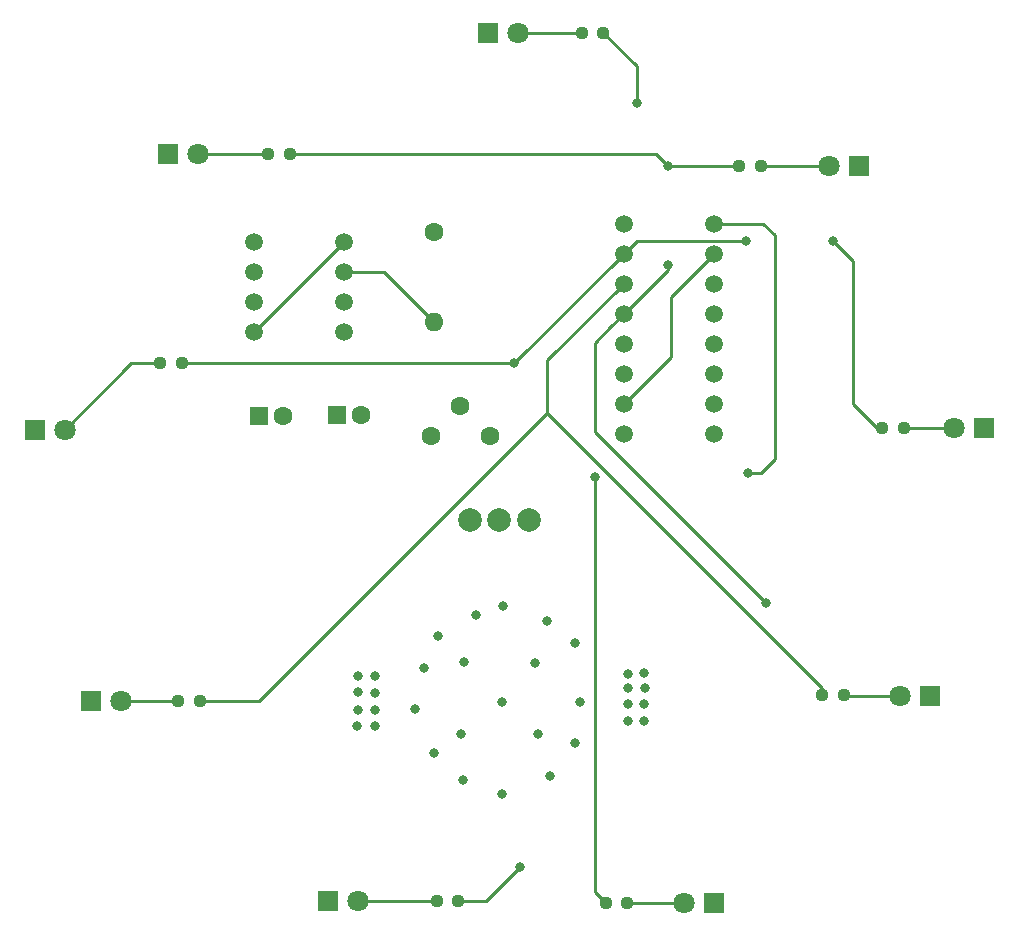
<source format=gtl>
%TF.GenerationSoftware,KiCad,Pcbnew,(6.0.7)*%
%TF.CreationDate,2022-10-09T20:49:50-07:00*%
%TF.ProjectId,IEEE_PCB_1,49454545-5f50-4434-925f-312e6b696361,1*%
%TF.SameCoordinates,Original*%
%TF.FileFunction,Copper,L1,Top*%
%TF.FilePolarity,Positive*%
%FSLAX46Y46*%
G04 Gerber Fmt 4.6, Leading zero omitted, Abs format (unit mm)*
G04 Created by KiCad (PCBNEW (6.0.7)) date 2022-10-09 20:49:50*
%MOMM*%
%LPD*%
G01*
G04 APERTURE LIST*
G04 Aperture macros list*
%AMRoundRect*
0 Rectangle with rounded corners*
0 $1 Rounding radius*
0 $2 $3 $4 $5 $6 $7 $8 $9 X,Y pos of 4 corners*
0 Add a 4 corners polygon primitive as box body*
4,1,4,$2,$3,$4,$5,$6,$7,$8,$9,$2,$3,0*
0 Add four circle primitives for the rounded corners*
1,1,$1+$1,$2,$3*
1,1,$1+$1,$4,$5*
1,1,$1+$1,$6,$7*
1,1,$1+$1,$8,$9*
0 Add four rect primitives between the rounded corners*
20,1,$1+$1,$2,$3,$4,$5,0*
20,1,$1+$1,$4,$5,$6,$7,0*
20,1,$1+$1,$6,$7,$8,$9,0*
20,1,$1+$1,$8,$9,$2,$3,0*%
G04 Aperture macros list end*
%TA.AperFunction,ComponentPad*%
%ADD10R,1.600000X1.600000*%
%TD*%
%TA.AperFunction,ComponentPad*%
%ADD11C,1.600000*%
%TD*%
%TA.AperFunction,ComponentPad*%
%ADD12R,1.800000X1.800000*%
%TD*%
%TA.AperFunction,ComponentPad*%
%ADD13C,1.800000*%
%TD*%
%TA.AperFunction,ComponentPad*%
%ADD14O,1.600000X1.600000*%
%TD*%
%TA.AperFunction,ComponentPad*%
%ADD15C,1.500000*%
%TD*%
%TA.AperFunction,SMDPad,CuDef*%
%ADD16RoundRect,0.237500X-0.250000X-0.237500X0.250000X-0.237500X0.250000X0.237500X-0.250000X0.237500X0*%
%TD*%
%TA.AperFunction,SMDPad,CuDef*%
%ADD17RoundRect,0.237500X0.250000X0.237500X-0.250000X0.237500X-0.250000X-0.237500X0.250000X-0.237500X0*%
%TD*%
%TA.AperFunction,ComponentPad*%
%ADD18C,2.000000*%
%TD*%
%TA.AperFunction,ViaPad*%
%ADD19C,0.800000*%
%TD*%
%TA.AperFunction,Conductor*%
%ADD20C,0.250000*%
%TD*%
G04 APERTURE END LIST*
D10*
%TO.P,C1,1*%
%TO.N,Net-(C1-Pad1)*%
X114407000Y-96142000D03*
D11*
%TO.P,C1,2*%
%TO.N,GND*%
X116407000Y-96142000D03*
%TD*%
D10*
%TO.P,C2,1*%
%TO.N,Net-(C2-Pad1)*%
X121033000Y-96022000D03*
D11*
%TO.P,C2,2*%
%TO.N,GND*%
X123033000Y-96022000D03*
%TD*%
D12*
%TO.P,D1,1,K*%
%TO.N,GND*%
X95414000Y-97266000D03*
D13*
%TO.P,D1,2,A*%
%TO.N,Net-(D1-Pad2)*%
X97954000Y-97266000D03*
%TD*%
D12*
%TO.P,D2,1,K*%
%TO.N,GND*%
X175787000Y-97168000D03*
D13*
%TO.P,D2,2,A*%
%TO.N,Net-(D2-Pad2)*%
X173247000Y-97168000D03*
%TD*%
D12*
%TO.P,D3,1,K*%
%TO.N,GND*%
X152951000Y-137353000D03*
D13*
%TO.P,D3,2,A*%
%TO.N,Net-(D3-Pad2)*%
X150411000Y-137353000D03*
%TD*%
D12*
%TO.P,D4,1,K*%
%TO.N,GND*%
X133816000Y-63669000D03*
D13*
%TO.P,D4,2,A*%
%TO.N,Net-(D4-Pad2)*%
X136356000Y-63669000D03*
%TD*%
D12*
%TO.P,D5,1,K*%
%TO.N,GND*%
X100160000Y-120276000D03*
D13*
%TO.P,D5,2,A*%
%TO.N,Net-(D5-Pad2)*%
X102700000Y-120276000D03*
%TD*%
D12*
%TO.P,D6,1,K*%
%TO.N,GND*%
X171161000Y-119783000D03*
D13*
%TO.P,D6,2,A*%
%TO.N,Net-(D6-Pad2)*%
X168621000Y-119783000D03*
%TD*%
D12*
%TO.P,D7,1,K*%
%TO.N,GND*%
X165174000Y-74945000D03*
D13*
%TO.P,D7,2,A*%
%TO.N,Net-(D7-Pad2)*%
X162634000Y-74945000D03*
%TD*%
D12*
%TO.P,D8,1,K*%
%TO.N,GND*%
X106713000Y-73949000D03*
D13*
%TO.P,D8,2,A*%
%TO.N,Net-(D8-Pad2)*%
X109253000Y-73949000D03*
%TD*%
D12*
%TO.P,D9,1,K*%
%TO.N,GND*%
X120252000Y-137163000D03*
D13*
%TO.P,D9,2,A*%
%TO.N,Net-(D9-Pad2)*%
X122792000Y-137163000D03*
%TD*%
D11*
%TO.P,R1,1*%
%TO.N,+3.3V*%
X129232000Y-80495000D03*
D14*
%TO.P,R1,2*%
%TO.N,Net-(R1-Pad2)*%
X129232000Y-88115000D03*
%TD*%
D11*
%TO.P,RV1,1,1*%
%TO.N,Net-(R1-Pad2)*%
X133912000Y-97796000D03*
%TO.P,RV1,2,2*%
%TO.N,Net-(C2-Pad1)*%
X131412000Y-95296000D03*
%TO.P,RV1,3,3*%
%TO.N,GND*%
X128912000Y-97796000D03*
%TD*%
D15*
%TO.P,U1,1,GND*%
%TO.N,GND*%
X113998000Y-81354000D03*
%TO.P,U1,2,Trig*%
%TO.N,Net-(C2-Pad1)*%
X113998000Y-83894000D03*
%TO.P,U1,3,Out*%
%TO.N,Signal*%
X113998000Y-86434000D03*
%TO.P,U1,4,Rest*%
%TO.N,+3.3V*%
X113998000Y-88974000D03*
%TO.P,U1,5,Contrl*%
%TO.N,Net-(C1-Pad1)*%
X121618000Y-88974000D03*
%TO.P,U1,6,Thres*%
%TO.N,Net-(C2-Pad1)*%
X121618000Y-86434000D03*
%TO.P,U1,7,Dischrg*%
%TO.N,Net-(R1-Pad2)*%
X121618000Y-83894000D03*
%TO.P,U1,8,Vcc*%
%TO.N,+3.3V*%
X121618000Y-81354000D03*
%TD*%
%TO.P,U2,1,Q5*%
%TO.N,unconnected-(U2-Pad1)*%
X145288000Y-79826000D03*
%TO.P,U2,2,Q1*%
%TO.N,Net-(R2-Pad2)*%
X145288000Y-82366000D03*
%TO.P,U2,3,Q0*%
%TO.N,Net-(R5-Pad2)*%
X145288000Y-84906000D03*
%TO.P,U2,4,Q2*%
%TO.N,Net-(R10-Pad2)*%
X145288000Y-87446000D03*
%TO.P,U2,5,Q6*%
%TO.N,unconnected-(U2-Pad5)*%
X145288000Y-89986000D03*
%TO.P,U2,6,Q7*%
%TO.N,unconnected-(U2-Pad6)*%
X145288000Y-92526000D03*
%TO.P,U2,7,Q3*%
%TO.N,Net-(U2-Pad15)*%
X145288000Y-95066000D03*
%TO.P,U2,8,GND*%
%TO.N,GND*%
X145288000Y-97606000D03*
%TO.P,U2,9,Q8*%
%TO.N,unconnected-(U2-Pad9)*%
X152908000Y-97606000D03*
%TO.P,U2,10,Q4*%
%TO.N,unconnected-(U2-Pad10)*%
X152908000Y-95066000D03*
%TO.P,U2,11,Q9*%
%TO.N,unconnected-(U2-Pad11)*%
X152908000Y-92526000D03*
%TO.P,U2,12,COUT*%
%TO.N,unconnected-(U2-Pad12)*%
X152908000Y-89986000D03*
%TO.P,U2,13,CKE*%
%TO.N,GND*%
X152908000Y-87446000D03*
%TO.P,U2,14,CLK*%
%TO.N,Signal*%
X152908000Y-84906000D03*
%TO.P,U2,15,Rst*%
%TO.N,Net-(U2-Pad15)*%
X152908000Y-82366000D03*
%TO.P,U2,16,Vdd*%
%TO.N,+3.3V*%
X152908000Y-79826000D03*
%TD*%
D16*
%TO.P,R9,1*%
%TO.N,Net-(D8-Pad2)*%
X115179500Y-73967000D03*
%TO.P,R9,2*%
%TO.N,Net-(R10-Pad2)*%
X117004500Y-73967000D03*
%TD*%
D17*
%TO.P,R7,1*%
%TO.N,Net-(D6-Pad2)*%
X163887500Y-119760000D03*
%TO.P,R7,2*%
%TO.N,Net-(R5-Pad2)*%
X162062500Y-119760000D03*
%TD*%
%TO.P,R3,1*%
%TO.N,Net-(D2-Pad2)*%
X168975500Y-97168000D03*
%TO.P,R3,2*%
%TO.N,Net-(R2-Pad2)*%
X167150500Y-97168000D03*
%TD*%
%TO.P,R8,1*%
%TO.N,Net-(D7-Pad2)*%
X156856500Y-74942000D03*
%TO.P,R8,2*%
%TO.N,Net-(R10-Pad2)*%
X155031500Y-74942000D03*
%TD*%
D16*
%TO.P,R5,1*%
%TO.N,Net-(D4-Pad2)*%
X141729500Y-63669000D03*
%TO.P,R5,2*%
%TO.N,Net-(R5-Pad2)*%
X143554500Y-63669000D03*
%TD*%
%TO.P,R2,1*%
%TO.N,Net-(D1-Pad2)*%
X106024500Y-91659000D03*
%TO.P,R2,2*%
%TO.N,Net-(R2-Pad2)*%
X107849500Y-91659000D03*
%TD*%
%TO.P,R6,1*%
%TO.N,Net-(D5-Pad2)*%
X107569500Y-120272000D03*
%TO.P,R6,2*%
%TO.N,Net-(R5-Pad2)*%
X109394500Y-120272000D03*
%TD*%
%TO.P,R10,1*%
%TO.N,Net-(D9-Pad2)*%
X129424500Y-137166000D03*
%TO.P,R10,2*%
%TO.N,Net-(R10-Pad2)*%
X131249500Y-137166000D03*
%TD*%
D17*
%TO.P,R4,1*%
%TO.N,Net-(D3-Pad2)*%
X145572000Y-137341000D03*
%TO.P,R4,2*%
%TO.N,Net-(R2-Pad2)*%
X143747000Y-137341000D03*
%TD*%
D18*
%TO.P,SW1,1*%
%TO.N,+3.3V*%
X132240000Y-104929000D03*
%TO.P,SW1,2*%
%TO.N,Net-(BT1-Pad1)*%
X134740000Y-104929000D03*
%TO.P,SW1,3*%
%TO.N,unconnected-(SW1-Pad3)*%
X137240000Y-104929000D03*
%TD*%
D19*
%TO.N,GND*%
X129538000Y-114708000D03*
X131629000Y-126911000D03*
X137746000Y-116987000D03*
X131504000Y-123041000D03*
X137996000Y-123072000D03*
X127634000Y-120950000D03*
X129163000Y-124633000D03*
X139026000Y-126568000D03*
X132752000Y-112961000D03*
X141553000Y-120295000D03*
X135062000Y-112212000D03*
X135000000Y-128128000D03*
X138745000Y-113491000D03*
X141148000Y-123790000D03*
X128352000Y-117424000D03*
X134968000Y-120295000D03*
X141179000Y-115364000D03*
X131754000Y-116955000D03*
%TO.N,+3.3V*%
X155772000Y-100911000D03*
%TO.N,Net-(BT1-Pad1)*%
X124217000Y-122397000D03*
X147009000Y-117910000D03*
X122755000Y-118112000D03*
X122747000Y-120982000D03*
X145663000Y-119103000D03*
X122719000Y-122355000D03*
X124170000Y-118133000D03*
X124190000Y-121024000D03*
X145636000Y-121905000D03*
X147023000Y-121905000D03*
X124190000Y-119569000D03*
X122755000Y-119486000D03*
X145608000Y-117924000D03*
X147023000Y-120490000D03*
X145636000Y-120476000D03*
X147036000Y-119117000D03*
%TO.N,Net-(R2-Pad2)*%
X163011000Y-81287000D03*
X142830000Y-101302000D03*
X135997000Y-91657000D03*
X155614000Y-81287000D03*
%TO.N,Net-(R5-Pad2)*%
X146356000Y-69627000D03*
%TO.N,Net-(R10-Pad2)*%
X157323000Y-111939000D03*
X148997000Y-83344000D03*
X136482000Y-134333000D03*
X148997000Y-74961000D03*
%TD*%
D20*
%TO.N,Net-(D1-Pad2)*%
X103564999Y-91655001D02*
X106020501Y-91655001D01*
X106020501Y-91655001D02*
X106024500Y-91659000D01*
X103564999Y-91655001D02*
X97954000Y-97266000D01*
%TO.N,Net-(D4-Pad2)*%
X141729500Y-63669000D02*
X136356000Y-63669000D01*
%TO.N,Net-(D7-Pad2)*%
X156856500Y-74942000D02*
X156859500Y-74945000D01*
X156859500Y-74945000D02*
X162634000Y-74945000D01*
%TO.N,Net-(R1-Pad2)*%
X125011000Y-83894000D02*
X129232000Y-88115000D01*
X121618000Y-83894000D02*
X125011000Y-83894000D01*
%TO.N,Net-(U2-Pad15)*%
X145288000Y-95066000D02*
X149264000Y-91090000D01*
X149264000Y-86010000D02*
X152908000Y-82366000D01*
X149264000Y-91090000D02*
X149264000Y-86010000D01*
%TO.N,+3.3V*%
X158068000Y-80827000D02*
X157067000Y-79826000D01*
X155772000Y-100911000D02*
X156908000Y-100911000D01*
X158068000Y-99751000D02*
X158068000Y-80827000D01*
X157067000Y-79826000D02*
X152908000Y-79826000D01*
X113998000Y-88974000D02*
X121618000Y-81354000D01*
X156908000Y-100911000D02*
X158068000Y-99751000D01*
%TO.N,Net-(D2-Pad2)*%
X168975500Y-97168000D02*
X173247000Y-97168000D01*
%TO.N,Net-(D3-Pad2)*%
X145584000Y-137353000D02*
X150411000Y-137353000D01*
X145572000Y-137341000D02*
X145584000Y-137353000D01*
%TO.N,Net-(D5-Pad2)*%
X107569500Y-120272000D02*
X107565500Y-120276000D01*
X107565500Y-120276000D02*
X102700000Y-120276000D01*
%TO.N,Net-(D6-Pad2)*%
X163910500Y-119783000D02*
X168621000Y-119783000D01*
X163887500Y-119760000D02*
X163910500Y-119783000D01*
%TO.N,Net-(D8-Pad2)*%
X115161500Y-73949000D02*
X109253000Y-73949000D01*
X115179500Y-73967000D02*
X115161500Y-73949000D01*
%TO.N,Net-(D9-Pad2)*%
X129421500Y-137163000D02*
X122792000Y-137163000D01*
X129424500Y-137166000D02*
X129421500Y-137163000D01*
%TO.N,Net-(R2-Pad2)*%
X155614000Y-81287000D02*
X155614000Y-81287000D01*
X135680001Y-91655001D02*
X135682000Y-91657000D01*
X142830000Y-101302000D02*
X142830000Y-136424000D01*
X166753000Y-97168000D02*
X167150500Y-97168000D01*
X142830000Y-136424000D02*
X143747000Y-137341000D01*
X154770999Y-81290999D02*
X154774998Y-81287000D01*
X146363001Y-81290999D02*
X154770999Y-81290999D01*
X164695000Y-95110000D02*
X166753000Y-97168000D01*
X107849500Y-91659000D02*
X107853499Y-91655001D01*
X163011000Y-81287000D02*
X164695000Y-82971000D01*
X135997000Y-91657000D02*
X145288000Y-82366000D01*
X145288000Y-82366000D02*
X146363001Y-81290999D01*
X154774998Y-81287000D02*
X155614000Y-81287000D01*
X107853499Y-91655001D02*
X135680001Y-91655001D01*
X164695000Y-82971000D02*
X164695000Y-95110000D01*
X135682000Y-91657000D02*
X135997000Y-91657000D01*
%TO.N,Net-(R5-Pad2)*%
X146356000Y-69627000D02*
X146356000Y-66470500D01*
X109398500Y-120276000D02*
X109394500Y-120272000D01*
X138790000Y-95858000D02*
X114372000Y-120276000D01*
X138790000Y-91404000D02*
X138790000Y-93083000D01*
X138790000Y-93083000D02*
X138790000Y-95851000D01*
X146356000Y-66470500D02*
X143554500Y-63669000D01*
X138790000Y-95851000D02*
X138790000Y-95858000D01*
X145288000Y-84906000D02*
X138790000Y-91404000D01*
X114372000Y-120276000D02*
X109398500Y-120276000D01*
X162062500Y-119123500D02*
X162062500Y-119760000D01*
X138790000Y-93083000D02*
X138790000Y-94583002D01*
X138790000Y-95851000D02*
X162062500Y-119123500D01*
%TO.N,Net-(R10-Pad2)*%
X157323000Y-111939000D02*
X157323000Y-111939000D01*
X148997000Y-83344000D02*
X148997000Y-83344000D01*
X145288000Y-87446000D02*
X148997000Y-83737000D01*
X142825000Y-89913000D02*
X142825000Y-97441000D01*
X148003000Y-73967000D02*
X117004500Y-73967000D01*
X133649000Y-137166000D02*
X131249500Y-137166000D01*
X148997000Y-74961000D02*
X155012500Y-74961000D01*
X142825000Y-97441000D02*
X157323000Y-111939000D01*
X145288000Y-87446000D02*
X144212999Y-88521001D01*
X148997000Y-74961000D02*
X148003000Y-73967000D01*
X148997000Y-83737000D02*
X148997000Y-83344000D01*
X144212999Y-88525001D02*
X142825000Y-89913000D01*
X144212999Y-88521001D02*
X144212999Y-88525001D01*
X155012500Y-74961000D02*
X155031500Y-74942000D01*
X136482000Y-134333000D02*
X133649000Y-137166000D01*
%TD*%
M02*

</source>
